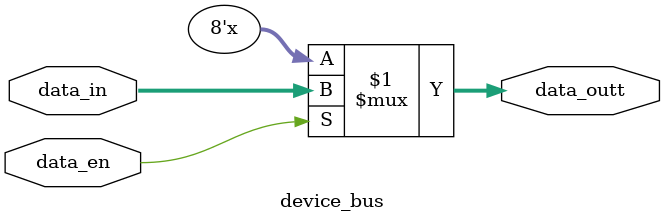
<source format=v>
`timescale 1ns / 1ps


module Memory_t (
    input wire clk,
    input wire reset,
    input wire wr,
    input wire rd,
    input wire [4:0] addr,
    inout wire [7:0] data,  // Bus d? li?u hai chi?u
    output reg float_mode
);
    reg [7:0] mem [31:0];
    reg [7:0] mem_out;

          initial begin
// Ch??ng trình
// TEST11111111111111111111111111111111111111111111111
//          mem[0] = 8'b101_01010;  // LDA 10      (AC = 7)
//          mem[1] = 8'b010_01011;  // ADD 11      (AC = 7 + 5 = 12)
//          mem[2] = 8'b100_01100;  // XOR 12      (AC = 12 ^ 3 = 15)
//          mem[3] = 8'b011_01101;  // AND 13      (AC = 15 & 255 = 15)
//          mem[4] = 8'b001_00000;  // SKZ         (Không b? l?nh ti?p theo vì AC ? 0)
//          mem[5] = 8'b110_10100;  // STO 20      (mem[20] = 15)
//          mem[6] = 8'b111_01001;  // JMP 9       (nh?y t?i l?nh HLT)
//          mem[7] = 8'b110_10101;  // STO 21      (s? b? b? qua n?u JMP ?úng)
//          mem[8] = 8'b010_10101;  // ADD 21      (c?ng b? qua)
//          mem[9] = 8'b111_11000;  // HLT
          
//          // D? li?u
//          mem[10] = 8'd7;         // Cho LDA
//          mem[11] = 8'd5;         // Cho ADD
//          mem[12] = 8'd3;         // Cho XOR
//          mem[13] = 8'd255;       // Cho AND
//          mem[20] = 8'd0;         // Ch? l?u k?t qu? STO
//          mem[21] = 8'd0;         // Không b? ghi do JMP
//          mem[24] = 8'b010_11001;  // Float value: 9.0 (mem[25] ch?a giá tr? float)
//          mem[25] = 8'b01100010;  // Float value: 9.0 (mem[25] ch?a giá tr? float)
//          mem[26] = 8'b000_00000;  // Float value: 4.25 (mem[26] ch?a giá tr? float)
// L?u trong Memory_t kh?i `initial`
// === Test combo siêu l?n ===
// TEST22222222222222222222222222222222222222
mem[0]  = 8'b101_01101;  // LDA 13   ? AC = 3
mem[1]  = 8'b010_01110;  // ADD 14   ? AC = 3 + 4 = 7
mem[2]  = 8'b100_01111;  // XOR 15   ? AC = 7 ^ 1 = 6
mem[3]  = 8'b011_10000;  // AND 16   ? AC = 6 & 255 = 6
mem[4]  = 8'b110_10001;  // STO 17   ? mem[17] = 6
mem[5]  = 8'b101_10001;  // LDA 17   ? AC = 6
mem[6]  = 8'b010_10010;  // ADD 18   ? AC = 6 + (-6) = 0
mem[7]  = 8'b001_00000;  // SKZ      ? Skip n?u AC == 0 ? skip mem[8]
mem[8]  = 8'b010_10011;  // ADD 19   ? b? qua n?u skip
mem[9]  = 8'b101_10100;  // LDA 20   ? AC = 9
mem[10] = 8'b111_00010;  // JMP 2    ? quay l?i XOR
mem[11] = 8'b000_00000;  // HLT      ? không t?i n?u JMP l?p mãi
mem[13] = 8'd3;      // mem[13] ? 3
mem[14] = 8'd4;      // mem[14] ? 4
mem[15] = 8'd1;      // mem[15] ? 1
mem[16] = 8'd255;    // mem[16] ? 255
mem[17] = 8'd0;      // mem[17] ? n?i l?u k?t qu? STO
mem[18] = -8'd6;     // mem[18] ? -6 ?? c?ng ra 0 ? test SKZ
mem[19] = 8'd20;     // mem[19] ? n?u không skip s? c?ng thêm
mem[20] = 8'd9;      // mem[20] ? dùng sau ?? test vòng l?p LDA

//TEST333333333333333333333333333333333333333333333


// Ch??ng trình

      end    
      always @(posedge clk) begin
     if(addr>=24) begin
     float_mode=1;
     end else if(addr<24) begin
     float_mode=0;
     end

     if (wr && !rd) begin
        mem[addr] <= data;
    end
    else if (rd && !wr) begin
        mem_out <= mem[addr];
    end
end

assign data = (rd && !wr) ? mem_out : 8'bz;


endmodule
module device_bus (
    input wire [7:0] data_in,
    input wire data_en,
    output wire [7:0] data_outt
);
    assign data_outt = data_en ? data_in : 8'bz;
endmodule










//module Instruction_RAM (
//    input wire [4:0] addr,
//    output wire [7:0] instruction
//);
//    reg [7:0] rom [0:31];

//    initial begin
//        rom[0]  = 8'b101_01101;  // LDA 13
//        rom[1]  = 8'b010_01110;  // ADD 14
//        rom[2]  = 8'b100_01111;  // XOR 15
//        rom[3]  = 8'b011_10000;  // AND 16
//        rom[4]  = 8'b110_10001;  // STO 17
//        rom[5]  = 8'b101_10001;  // LDA 17
//        rom[6]  = 8'b010_10010;  // ADD 18
//        rom[7]  = 8'b001_00000;  // SKZ
//        rom[8]  = 8'b010_10011;  // ADD 19
//        rom[9]  = 8'b101_10100;  // LDA 20
//        rom[10] = 8'b111_00010;  // JMP 2
//        rom[11] = 8'b000_00000;  // HLT
//    end

//    assign instruction = rom[addr];
//endmodule
//module Data_RAM (
//    input wire clk,
//    input wire wr,
//    input wire rd,
//    input wire [4:0] addr,
//    inout wire [7:0] data,
//    output reg float_mode
//);
//    reg [7:0] mem [0:31];
//    reg [7:0] mem_out;

//    initial begin
//        mem[13] = 8'd3;
//        mem[14] = 8'd4;
//        mem[15] = 8'd1;
//        mem[16] = 8'd255;
//        mem[17] = 8'd0;
//        mem[18] = -8'd6;
//        mem[19] = 8'd20;
//        mem[20] = 8'd9;

//        // Float test
//        mem[24] = 8'b010_11001;
//        mem[25] = 8'b01100010;
//        mem[26] = 8'b000_00000;
//    end

//    // Xác ??nh vùng float
//    always @(*) begin
//        float_mode = (addr >= 24);
//    end

//    always @(posedge clk) begin
//        if (wr && !rd) mem[addr] <= data;
//        else if (rd && !wr) mem_out <= mem[addr];
//    end

//    assign data = (rd && !wr) ? mem_out : 8'bz;
//endmodule
</source>
